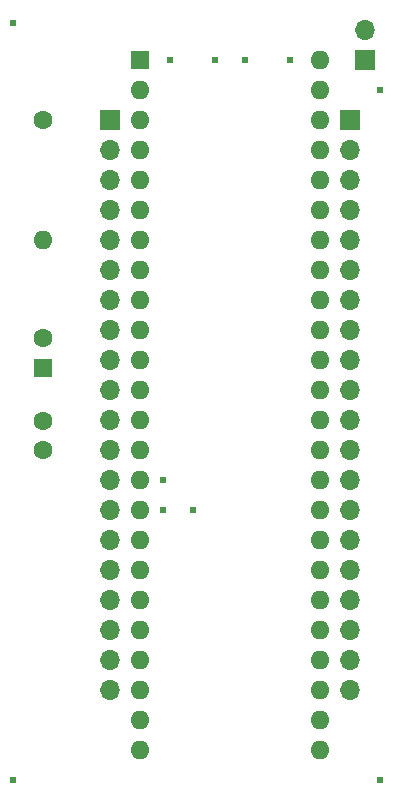
<source format=gbs>
G04 #@! TF.GenerationSoftware,KiCad,Pcbnew,(6.0.8-1)-1*
G04 #@! TF.CreationDate,2022-10-31T15:31:04+09:00*
G04 #@! TF.ProjectId,MEZ68008,4d455a36-3830-4303-982e-6b696361645f,A*
G04 #@! TF.SameCoordinates,PX5f5e100PY8f0d180*
G04 #@! TF.FileFunction,Soldermask,Bot*
G04 #@! TF.FilePolarity,Negative*
%FSLAX46Y46*%
G04 Gerber Fmt 4.6, Leading zero omitted, Abs format (unit mm)*
G04 Created by KiCad (PCBNEW (6.0.8-1)-1) date 2022-10-31 15:31:04*
%MOMM*%
%LPD*%
G01*
G04 APERTURE LIST*
%ADD10O,1.600000X1.600000*%
%ADD11C,1.600000*%
%ADD12R,1.600000X1.600000*%
%ADD13R,1.700000X1.700000*%
%ADD14O,1.700000X1.700000*%
%ADD15C,0.605000*%
G04 APERTURE END LIST*
D10*
X3810000Y46990000D03*
D11*
X3810000Y57150000D03*
D12*
X3810000Y36195000D03*
D11*
X3810000Y38695000D03*
D12*
X12065000Y62230000D03*
D10*
X12065000Y59690000D03*
X12065000Y57150000D03*
X12065000Y54610000D03*
X12065000Y52070000D03*
X12065000Y49530000D03*
X12065000Y46990000D03*
X12065000Y44450000D03*
X12065000Y41910000D03*
X12065000Y39370000D03*
X12065000Y36830000D03*
X12065000Y34290000D03*
X12065000Y31750000D03*
X12065000Y29210000D03*
X12065000Y26670000D03*
X12065000Y24130000D03*
X12065000Y21590000D03*
X12065000Y19050000D03*
X12065000Y16510000D03*
X12065000Y13970000D03*
X12065000Y11430000D03*
X12065000Y8890000D03*
X12065000Y6350000D03*
X12065000Y3810000D03*
X27305000Y3810000D03*
X27305000Y6350000D03*
X27305000Y8890000D03*
X27305000Y11430000D03*
X27305000Y13970000D03*
X27305000Y16510000D03*
X27305000Y19050000D03*
X27305000Y21590000D03*
X27305000Y24130000D03*
X27305000Y26670000D03*
X27305000Y29210000D03*
X27305000Y31750000D03*
X27305000Y34290000D03*
X27305000Y36830000D03*
X27305000Y39370000D03*
X27305000Y41910000D03*
X27305000Y44450000D03*
X27305000Y46990000D03*
X27305000Y49530000D03*
X27305000Y52070000D03*
X27305000Y54610000D03*
X27305000Y57150000D03*
X27305000Y59690000D03*
X27305000Y62230000D03*
D13*
X31115000Y62225000D03*
D14*
X31115000Y64765000D03*
D11*
X3810000Y31730000D03*
X3810000Y29230000D03*
D13*
X29845000Y57150000D03*
D14*
X29845000Y54610000D03*
X29845000Y52070000D03*
X29845000Y49530000D03*
X29845000Y46990000D03*
X29845000Y44450000D03*
X29845000Y41910000D03*
X29845000Y39370000D03*
X29845000Y36830000D03*
X29845000Y34290000D03*
X29845000Y31750000D03*
X29845000Y29210000D03*
X29845000Y26670000D03*
X29845000Y24130000D03*
X29845000Y21590000D03*
X29845000Y19050000D03*
X29845000Y16510000D03*
X29845000Y13970000D03*
X29845000Y11430000D03*
X29845000Y8890000D03*
D13*
X9525000Y57150000D03*
D14*
X9525000Y54610000D03*
X9525000Y52070000D03*
X9525000Y49530000D03*
X9525000Y46990000D03*
X9525000Y44450000D03*
X9525000Y41910000D03*
X9525000Y39370000D03*
X9525000Y36830000D03*
X9525000Y34290000D03*
X9525000Y31750000D03*
X9525000Y29210000D03*
X9525000Y26670000D03*
X9525000Y24130000D03*
X9525000Y21590000D03*
X9525000Y19050000D03*
X9525000Y16510000D03*
X9525000Y13970000D03*
X9525000Y11430000D03*
X9525000Y8890000D03*
D15*
X1270000Y65405000D03*
X24765000Y62230000D03*
X13970000Y24130000D03*
X20955000Y62230000D03*
X18415000Y62230000D03*
X14605000Y62230000D03*
X13970000Y26670000D03*
X32385000Y59690000D03*
X1270000Y1270000D03*
X16510000Y24130000D03*
X32385000Y1270000D03*
M02*

</source>
